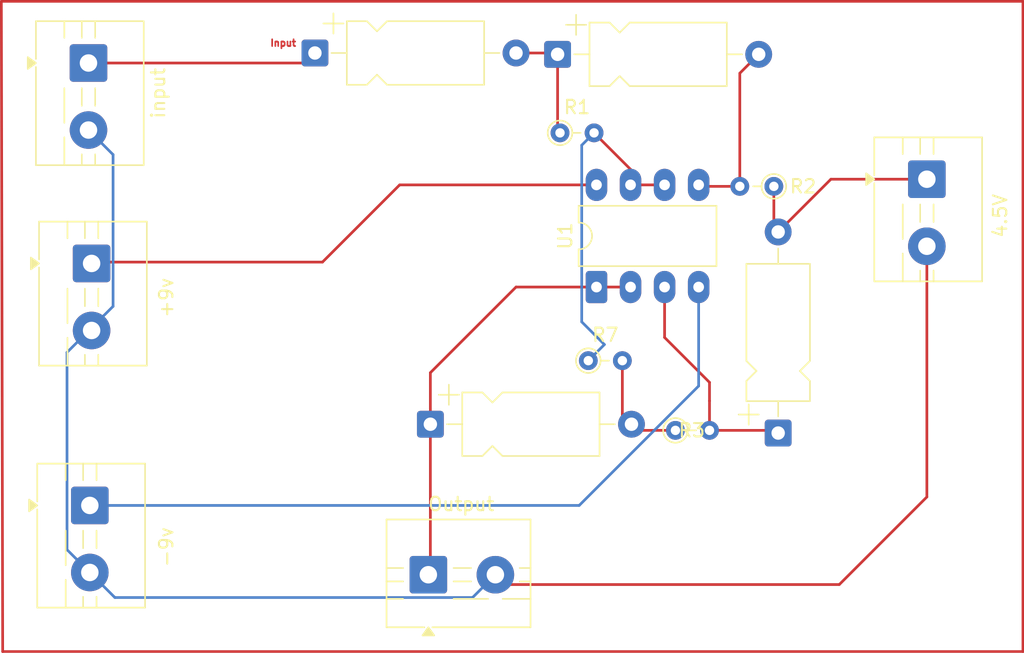
<source format=kicad_pcb>
(kicad_pcb (version 20241229) (generator "pcbnew") (generator_version "9.0")
  (layers (0 "F.Cu" signal) (2 "B.Cu" signal) (13 "F.Paste" user) (15 "B.Paste" user) (5 "F.SilkS" user "F.Silkscreen") (7 "B.SilkS" user "B.Silkscreen") (1 "F.Mask" user) (3 "B.Mask" user) (25 "Edge.Cuts" user))
  (net 0 "")
  (net 1 "VAC")
  (net 2 "Net-(C1-Pad2)")
  (net 3 "Signal")
  (net 4 "Net-(C4-Pad2)")
  (net 5 "4.5V")
  (net 7 "GND")
  (net 8 "+9V")
  (net 9 "-9V")
  (net 10 "Net-(U1B-+)")
  (net 11 "Net-(U1A-+)")
  (net 12 "Net-(U1B--)")
  (footprint "Capacitor_THT:CP_Axial_L10.0mm_D4.5mm_P15.00mm_Horizontal" (layer "F.Cu") (at 128.4 98.0425)
    (property "Reference" "C4" (hide yes))
    (property "Value" "10n")
    (fp_line (start 0.63 -2.2) (end 2.13 -2.2) (stroke (width 0.12)) (layer "F.SilkS"))
    (fp_line (start 1.24 0) (end 2.38 0) (stroke (width 0.12)) (layer "F.SilkS"))
    (fp_line (start 1.38 -2.95) (end 1.38 -1.45) (stroke (width 0.12)) (layer "F.SilkS"))
    (fp_line (start 2.38 -2.37) (end 2.38 2.37) (stroke (width 0.12)) (layer "F.SilkS"))
    (fp_line (start 2.38 -2.37) (end 3.88 -2.37) (stroke (width 0.12)) (layer "F.SilkS"))
    (fp_line (start 2.38 2.37) (end 3.88 2.37) (stroke (width 0.12)) (layer "F.SilkS"))
    (fp_line (start 3.88 -2.37) (end 4.63 -1.62) (stroke (width 0.12)) (layer "F.SilkS"))
    (fp_line (start 3.88 2.37) (end 4.63 1.62) (stroke (width 0.12)) (layer "F.SilkS"))
    (fp_line (start 4.63 -1.62) (end 5.38 -2.37) (stroke (width 0.12)) (layer "F.SilkS"))
    (fp_line (start 4.63 1.62) (end 5.38 2.37) (stroke (width 0.12)) (layer "F.SilkS"))
    (fp_line (start 5.38 -2.37) (end 12.62 -2.37) (stroke (width 0.12)) (layer "F.SilkS"))
    (fp_line (start 5.38 2.37) (end 12.62 2.37) (stroke (width 0.12)) (layer "F.SilkS"))
    (fp_line (start 12.62 -2.37) (end 12.62 2.37) (stroke (width 0.12)) (layer "F.SilkS"))
    (fp_line (start 13.76 0) (end 12.62 0) (stroke (width 0.12)) (layer "F.SilkS"))
    (pad "1" thru_hole roundrect (at 0 0) (size 2 2) (drill 1) (layers "*.Cu" "*.Mask") (roundrect_rratio 0.125) (net 3 "Signal"))
    (pad "2" thru_hole circle (at 15 0) (size 2 2) (drill 1) (layers "*.Cu" "*.Mask") (net 4 "Net-(C4-Pad2)"))
  )
  (footprint "Resistor_THT:R_Axial_DIN0204_L3.6mm_D1.6mm_P2.54mm_Vertical" (layer "F.Cu") (at 140.18 93.3)
    (property "Reference" "R7" (at 1.27 -1.92 0) (layer "F.SilkS"))
    (property "Value" "1.3k")
    (fp_line (start 0.92 0) (end 1.54 0) (stroke (width 0.12)) (layer "F.SilkS"))
    (fp_circle (center 0 0) (end 0.92 0) (stroke (width 0.12)) (fill no) (layer "F.SilkS"))
    (pad "1" thru_hole circle (at 0 0) (size 1.4 1.4) (drill 0.7) (layers "*.Cu" "*.Mask") (net 12 "Net-(U1B--)"))
    (pad "2" thru_hole circle (at 2.54 0) (size 1.4 1.4) (drill 0.7) (layers "*.Cu" "*.Mask") (net 4 "Net-(C4-Pad2)"))
  )
  (footprint "Package_DIP:DIP-8_W7.62mm_LongPads" (layer "F.Cu") (at 140.79 87.81 90)
    (property "Reference" "U1" (at 3.81 -2.33 90) (layer "F.SilkS"))
    (property "Value" "NE5532")
    (fp_line (start 6.06 -1.33) (end 4.81 -1.33) (stroke (width 0.12)) (layer "F.SilkS"))
    (fp_line (start 2.81 -1.33) (end 1.56 -1.33) (stroke (width 0.12)) (layer "F.SilkS"))
    (fp_line (start 1.56 -1.33) (end 1.56 8.95) (stroke (width 0.12)) (layer "F.SilkS"))
    (fp_line (start 6.06 8.95) (end 6.06 -1.33) (stroke (width 0.12)) (layer "F.SilkS"))
    (fp_line (start 1.56 8.95) (end 6.06 8.95) (stroke (width 0.12)) (layer "F.SilkS"))
    (fp_arc (start 4.81 -1.33) (mid 3.81 -0.33) (end 2.81 -1.33) (stroke (width 0.12)) (layer "F.SilkS"))
    (pad "1" thru_hole roundrect (at 0 0 90) (size 2.4 1.6) (drill 0.8) (layers "*.Cu" "*.Mask") (roundrect_rratio 0.15625) (net 3 "Signal"))
    (pad "2" thru_hole oval (at 0 2.54 90) (size 2.4 1.6) (drill 0.8) (layers "*.Cu" "*.Mask") (net 3 "Signal"))
    (pad "3" thru_hole oval (at 0 5.08 90) (size 2.4 1.6) (drill 0.8) (layers "*.Cu" "*.Mask") (net 11 "Net-(U1A-+)"))
    (pad "4" thru_hole oval (at 0 7.62 90) (size 2.4 1.6) (drill 0.8) (layers "*.Cu" "*.Mask") (net 9 "-9V"))
    (pad "5" thru_hole oval (at 7.62 7.62 90) (size 2.4 1.6) (drill 0.8) (layers "*.Cu" "*.Mask") (net 10 "Net-(U1B-+)"))
    (pad "6" thru_hole oval (at 7.62 5.08 90) (size 2.4 1.6) (drill 0.8) (layers "*.Cu" "*.Mask") (net 12 "Net-(U1B--)"))
    (pad "7" thru_hole oval (at 7.62 2.54 90) (size 2.4 1.6) (drill 0.8) (layers "*.Cu" "*.Mask") (net 12 "Net-(U1B--)"))
    (pad "8" thru_hole oval (at 7.62 0 90) (size 2.4 1.6) (drill 0.8) (layers "*.Cu" "*.Mask") (net 8 "+9V"))
  )
  (footprint "Resistor_THT:R_Axial_DIN0204_L3.6mm_D1.6mm_P2.54mm_Vertical" (layer "F.Cu") (at 154.02 80.3 180)
    (property "Reference" "R2" (at -2.18 0 0) (layer "F.SilkS"))
    (property "Value" "18k")
    (fp_line (start 0.92 0) (end 1.54 0) (stroke (width 0.12)) (layer "F.SilkS"))
    (fp_circle (center 0 0) (end 0.92 0) (stroke (width 0.12)) (fill no) (layer "F.SilkS"))
    (pad "1" thru_hole circle (at 0 0 180) (size 1.4 1.4) (drill 0.7) (layers "*.Cu" "*.Mask"))
    (pad "2" thru_hole circle (at 2.54 0 180) (size 1.4 1.4) (drill 0.7) (layers "*.Cu" "*.Mask") (net 10 "Net-(U1B-+)"))
  )
  (footprint "Capacitor_THT:CP_Axial_L10.0mm_D4.5mm_P15.00mm_Horizontal" (layer "F.Cu") (at 137.89 70.4525)
    (property "Reference" "C2" (hide yes))
    (property "Value" "100n")
    (fp_line (start 0.63 -2.2) (end 2.13 -2.2) (stroke (width 0.12)) (layer "F.SilkS"))
    (fp_line (start 1.24 0) (end 2.38 0) (stroke (width 0.12)) (layer "F.SilkS"))
    (fp_line (start 1.38 -2.95) (end 1.38 -1.45) (stroke (width 0.12)) (layer "F.SilkS"))
    (fp_line (start 2.38 -2.37) (end 2.38 2.37) (stroke (width 0.12)) (layer "F.SilkS"))
    (fp_line (start 2.38 -2.37) (end 3.88 -2.37) (stroke (width 0.12)) (layer "F.SilkS"))
    (fp_line (start 2.38 2.37) (end 3.88 2.37) (stroke (width 0.12)) (layer "F.SilkS"))
    (fp_line (start 3.88 -2.37) (end 4.63 -1.62) (stroke (width 0.12)) (layer "F.SilkS"))
    (fp_line (start 3.88 2.37) (end 4.63 1.62) (stroke (width 0.12)) (layer "F.SilkS"))
    (fp_line (start 4.63 -1.62) (end 5.38 -2.37) (stroke (width 0.12)) (layer "F.SilkS"))
    (fp_line (start 4.63 1.62) (end 5.38 2.37) (stroke (width 0.12)) (layer "F.SilkS"))
    (fp_line (start 5.38 -2.37) (end 12.62 -2.37) (stroke (width 0.12)) (layer "F.SilkS"))
    (fp_line (start 5.38 2.37) (end 12.62 2.37) (stroke (width 0.12)) (layer "F.SilkS"))
    (fp_line (start 12.62 -2.37) (end 12.62 2.37) (stroke (width 0.12)) (layer "F.SilkS"))
    (fp_line (start 13.76 0) (end 12.62 0) (stroke (width 0.12)) (layer "F.SilkS"))
    (pad "1" thru_hole roundrect (at 0 0) (size 2 2) (drill 1) (layers "*.Cu" "*.Mask") (roundrect_rratio 0.125) (net 2 "Net-(C1-Pad2)"))
    (pad "2" thru_hole circle (at 15 0) (size 2 2) (drill 1) (layers "*.Cu" "*.Mask") (net 10 "Net-(U1B-+)"))
  )
  (footprint "TerminalBlock:TerminalBlock_MaiXu_MX126-5.0-02P_1x02_P5.00mm" (layer "F.Cu") (at 102.9 71.1 -90)
    (property "Reference" "input" (at 2.25 -5.2 90) (layer "F.SilkS"))
    (property "Value" "Screw_Terminal_01x02" (hide yes))
    (fp_line (start -3.12 3.92) (end -3.12 -4.12) (stroke (width 0.12)) (layer "F.SilkS"))
    (fp_line (start -0.3 3.92) (end -3.12 3.92) (stroke (width 0.12)) (layer "F.SilkS"))
    (fp_line (start 7.62 3.92) (end 0.3 3.92) (stroke (width 0.12)) (layer "F.SilkS"))
    (fp_line (start -3.12 1.8) (end -1.88 1.8) (stroke (width 0.12)) (layer "F.SilkS"))
    (fp_line (start 1.88 1.8) (end 4.457 1.8) (stroke (width 0.12)) (layer "F.SilkS"))
    (fp_line (start 5.543 1.8) (end 7.62 1.8) (stroke (width 0.12)) (layer "F.SilkS"))
    (fp_line (start -3.12 0.5) (end -1.88 0.5) (stroke (width 0.12)) (layer "F.SilkS"))
    (fp_line (start 1.88 0.5) (end 3.188 0.5) (stroke (width 0.12)) (layer "F.SilkS"))
    (fp_line (start 6.812 0.5) (end 7.62 0.5) (stroke (width 0.12)) (layer "F.SilkS"))
    (fp_line (start -3.12 -0.5) (end -1.88 -0.5) (stroke (width 0.12)) (layer "F.SilkS"))
    (fp_line (start 1.88 -0.5) (end 3.188 -0.5) (stroke (width 0.12)) (layer "F.SilkS"))
    (fp_line (start 6.812 -0.5) (end 7.62 -0.5) (stroke (width 0.12)) (layer "F.SilkS"))
    (fp_line (start -3.12 -4.12) (end 7.62 -4.12) (stroke (width 0.12)) (layer "F.SilkS"))
    (fp_line (start 7.62 -4.12) (end 7.62 3.92) (stroke (width 0.12)) (layer "F.SilkS"))
    (fp_poly (pts (xy 0 3.92) (xy 0.44 4.53) (xy -0.44 4.53)) (stroke (width 0.12)) (fill yes) (layer "F.SilkS"))
    (pad "1" thru_hole roundrect (at 0 0 270) (size 2.8 2.8) (drill 1.3) (layers "*.Cu" "*.Mask") (roundrect_rratio 0.089286) (net 1 "VAC"))
    (pad "2" thru_hole circle (at 5 0 270) (size 2.8 2.8) (drill 1.3) (layers "*.Cu" "*.Mask") (net 7 "GND"))
  )
  (footprint "Capacitor_THT:CP_Axial_L10.0mm_D4.5mm_P15.00mm_Horizontal" (layer "F.Cu") (at 154.3425 98.7 90)
    (property "Reference" "C3" (hide yes))
    (property "Value" "10n")
    (fp_line (start 1.38 -2.95) (end 1.38 -1.45) (stroke (width 0.12)) (layer "F.SilkS"))
    (fp_line (start 12.62 -2.37) (end 12.62 2.37) (stroke (width 0.12)) (layer "F.SilkS"))
    (fp_line (start 5.38 -2.37) (end 12.62 -2.37) (stroke (width 0.12)) (layer "F.SilkS"))
    (fp_line (start 3.88 -2.37) (end 4.63 -1.62) (stroke (width 0.12)) (layer "F.SilkS"))
    (fp_line (start 2.38 -2.37) (end 3.88 -2.37) (stroke (width 0.12)) (layer "F.SilkS"))
    (fp_line (start 2.38 -2.37) (end 2.38 2.37) (stroke (width 0.12)) (layer "F.SilkS"))
    (fp_line (start 0.63 -2.2) (end 2.13 -2.2) (stroke (width 0.12)) (layer "F.SilkS"))
    (fp_line (start 4.63 -1.62) (end 5.38 -2.37) (stroke (width 0.12)) (layer "F.SilkS"))
    (fp_line (start 13.76 0) (end 12.62 0) (stroke (width 0.12)) (layer "F.SilkS"))
    (fp_line (start 1.24 0) (end 2.38 0) (stroke (width 0.12)) (layer "F.SilkS"))
    (fp_line (start 4.63 1.62) (end 5.38 2.37) (stroke (width 0.12)) (layer "F.SilkS"))
    (fp_line (start 5.38 2.37) (end 12.62 2.37) (stroke (width 0.12)) (layer "F.SilkS"))
    (fp_line (start 3.88 2.37) (end 4.63 1.62) (stroke (width 0.12)) (layer "F.SilkS"))
    (fp_line (start 2.38 2.37) (end 3.88 2.37) (stroke (width 0.12)) (layer "F.SilkS"))
    (pad "1" thru_hole roundrect (at 0 0 90) (size 2 2) (drill 1) (layers "*.Cu" "*.Mask") (roundrect_rratio 0.125) (net 11 "Net-(U1A-+)"))
    (pad "2" thru_hole circle (at 15 0 90) (size 2 2) (drill 1) (layers "*.Cu" "*.Mask") (net 5 "4.5V"))
  )
  (footprint "TerminalBlock:TerminalBlock_MaiXu_MX126-5.0-02P_1x02_P5.00mm" (layer "F.Cu") (at 103 104.1 -90)
    (property "Reference" "-9v" (at 3.1 -5.7 90) (layer "F.SilkS"))
    (property "Value" "-9v" (hide yes))
    (fp_line (start -3.12 3.92) (end -3.12 -4.12) (stroke (width 0.12)) (layer "F.SilkS"))
    (fp_line (start -0.3 3.92) (end -3.12 3.92) (stroke (width 0.12)) (layer "F.SilkS"))
    (fp_line (start 7.62 3.92) (end 0.3 3.92) (stroke (width 0.12)) (layer "F.SilkS"))
    (fp_line (start -3.12 1.8) (end -1.88 1.8) (stroke (width 0.12)) (layer "F.SilkS"))
    (fp_line (start 1.88 1.8) (end 4.457 1.8) (stroke (width 0.12)) (layer "F.SilkS"))
    (fp_line (start 5.543 1.8) (end 7.62 1.8) (stroke (width 0.12)) (layer "F.SilkS"))
    (fp_line (start -3.12 0.5) (end -1.88 0.5) (stroke (width 0.12)) (layer "F.SilkS"))
    (fp_line (start 1.88 0.5) (end 3.188 0.5) (stroke (width 0.12)) (layer "F.SilkS"))
    (fp_line (start 6.812 0.5) (end 7.62 0.5) (stroke (width 0.12)) (layer "F.SilkS"))
    (fp_line (start -3.12 -0.5) (end -1.88 -0.5) (stroke (width 0.12)) (layer "F.SilkS"))
    (fp_line (start 1.88 -0.5) (end 3.188 -0.5) (stroke (width 0.12)) (layer "F.SilkS"))
    (fp_line (start 6.812 -0.5) (end 7.62 -0.5) (stroke (width 0.12)) (layer "F.SilkS"))
    (fp_line (start -3.12 -4.12) (end 7.62 -4.12) (stroke (width 0.12)) (layer "F.SilkS"))
    (fp_line (start 7.62 -4.12) (end 7.62 3.92) (stroke (width 0.12)) (layer "F.SilkS"))
    (fp_poly (pts (xy 0 3.92) (xy 0.44 4.53) (xy -0.44 4.53)) (stroke (width 0.12)) (fill yes) (layer "F.SilkS"))
    (pad "1" thru_hole roundrect (at 0 0 270) (size 2.8 2.8) (drill 1.3) (layers "*.Cu" "*.Mask") (roundrect_rratio 0.089286) (net 9 "-9V"))
    (pad "2" thru_hole circle (at 5 0 270) (size 2.8 2.8) (drill 1.3) (layers "*.Cu" "*.Mask") (net 7 "GND"))
  )
  (footprint "Resistor_THT:R_Axial_DIN0204_L3.6mm_D1.6mm_P2.54mm_Vertical" (layer "F.Cu") (at 138.07 76.31)
    (property "Reference" "R1" (at 1.27 -1.92 0) (layer "F.SilkS"))
    (property "Value" "18k")
    (fp_line (start 0.92 0) (end 1.54 0) (stroke (width 0.12)) (layer "F.SilkS"))
    (fp_circle (center 0 0) (end 0.92 0) (stroke (width 0.12)) (fill no) (layer "F.SilkS"))
    (pad "1" thru_hole circle (at 0 0) (size 1.4 1.4) (drill 0.7) (layers "*.Cu" "*.Mask") (net 2 "Net-(C1-Pad2)"))
    (pad "2" thru_hole circle (at 2.54 0) (size 1.4 1.4) (drill 0.7) (layers "*.Cu" "*.Mask") (net 12 "Net-(U1B--)"))
  )
  (footprint "TerminalBlock:TerminalBlock_MaiXu_MX126-5.0-02P_1x02_P5.00mm" (layer "F.Cu") (at 128.25 109.2675)
    (property "Reference" "Output" (at 2.45 -5.2675 0) (layer "F.SilkS"))
    (property "Value" "output")
    (fp_line (start -3.12 -4.12) (end 7.62 -4.12) (stroke (width 0.12)) (layer "F.SilkS"))
    (fp_line (start -3.12 -0.5) (end -1.88 -0.5) (stroke (width 0.12)) (layer "F.SilkS"))
    (fp_line (start -3.12 0.5) (end -1.88 0.5) (stroke (width 0.12)) (layer "F.SilkS"))
    (fp_line (start -3.12 1.8) (end -1.88 1.8) (stroke (width 0.12)) (layer "F.SilkS"))
    (fp_line (start -3.12 3.92) (end -3.12 -4.12) (stroke (width 0.12)) (layer "F.SilkS"))
    (fp_line (start -0.3 3.92) (end -3.12 3.92) (stroke (width 0.12)) (layer "F.SilkS"))
    (fp_line (start 1.88 -0.5) (end 3.188 -0.5) (stroke (width 0.12)) (layer "F.SilkS"))
    (fp_line (start 1.88 0.5) (end 3.188 0.5) (stroke (width 0.12)) (layer "F.SilkS"))
    (fp_line (start 1.88 1.8) (end 4.457 1.8) (stroke (width 0.12)) (layer "F.SilkS"))
    (fp_line (start 5.543 1.8) (end 7.62 1.8) (stroke (width 0.12)) (layer "F.SilkS"))
    (fp_line (start 6.812 -0.5) (end 7.62 -0.5) (stroke (width 0.12)) (layer "F.SilkS"))
    (fp_line (start 6.812 0.5) (end 7.62 0.5) (stroke (width 0.12)) (layer "F.SilkS"))
    (fp_line (start 7.62 -4.12) (end 7.62 3.92) (stroke (width 0.12)) (layer "F.SilkS"))
    (fp_line (start 7.62 3.92) (end 0.3 3.92) (stroke (width 0.12)) (layer "F.SilkS"))
    (fp_poly (pts (xy 0 3.92) (xy 0.44 4.53) (xy -0.44 4.53)) (stroke (width 0.12)) (fill yes) (layer "F.SilkS"))
    (pad "1" thru_hole roundrect (at 0 0) (size 2.8 2.8) (drill 1.3) (layers "*.Cu" "*.Mask") (roundrect_rratio 0.089286) (net 3 "Signal"))
    (pad "2" thru_hole circle (at 5 0) (size 2.8 2.8) (drill 1.3) (layers "*.Cu" "*.Mask") (net 7 "GND"))
  )
  (footprint "Resistor_THT:R_Axial_DIN0204_L3.6mm_D1.6mm_P2.54mm_Vertical" (layer "F.Cu") (at 146.68 98.5)
    (property "Reference" "R3" (at 1.22 0 0) (layer "F.SilkS"))
    (property "Value" "1.3k")
    (fp_line (start 0.92 0) (end 1.54 0) (stroke (width 0.12)) (layer "F.SilkS"))
    (fp_circle (center 0 0) (end 0.92 0) (stroke (width 0.12)) (fill no) (layer "F.SilkS"))
    (pad "1" thru_hole circle (at 0 0) (size 1.4 1.4) (drill 0.7) (layers "*.Cu" "*.Mask") (net 4 "Net-(C4-Pad2)"))
    (pad "2" thru_hole circle (at 2.54 0) (size 1.4 1.4) (drill 0.7) (layers "*.Cu" "*.Mask") (net 11 "Net-(U1A-+)"))
  )
  (footprint "Capacitor_THT:CP_Axial_L10.0mm_D4.5mm_P15.00mm_Horizontal" (layer "F.Cu") (at 119.79 70.3525)
    (property "Reference" "C1" (hide yes))
    (property "Value" "100n")
    (fp_line (start 0.63 -2.2) (end 2.13 -2.2) (stroke (width 0.12)) (layer "F.SilkS"))
    (fp_line (start 1.24 0) (end 2.38 0) (stroke (width 0.12)) (layer "F.SilkS"))
    (fp_line (start 1.38 -2.95) (end 1.38 -1.45) (stroke (width 0.12)) (layer "F.SilkS"))
    (fp_line (start 2.38 -2.37) (end 2.38 2.37) (stroke (width 0.12)) (layer "F.SilkS"))
    (fp_line (start 2.38 -2.37) (end 3.88 -2.37) (stroke (width 0.12)) (layer "F.SilkS"))
    (fp_line (start 2.38 2.37) (end 3.88 2.37) (stroke (width 0.12)) (layer "F.SilkS"))
    (fp_line (start 3.88 -2.37) (end 4.63 -1.62) (stroke (width 0.12)) (layer "F.SilkS"))
    (fp_line (start 3.88 2.37) (end 4.63 1.62) (stroke (width 0.12)) (layer "F.SilkS"))
    (fp_line (start 4.63 -1.62) (end 5.38 -2.37) (stroke (width 0.12)) (layer "F.SilkS"))
    (fp_line (start 4.63 1.62) (end 5.38 2.37) (stroke (width 0.12)) (layer "F.SilkS"))
    (fp_line (start 5.38 -2.37) (end 12.62 -2.37) (stroke (width 0.12)) (layer "F.SilkS"))
    (fp_line (start 5.38 2.37) (end 12.62 2.37) (stroke (width 0.12)) (layer "F.SilkS"))
    (fp_line (start 12.62 -2.37) (end 12.62 2.37) (stroke (width 0.12)) (layer "F.SilkS"))
    (fp_line (start 13.76 0) (end 12.62 0) (stroke (width 0.12)) (layer "F.SilkS"))
    (pad "1" thru_hole roundrect (at 0 0) (size 2 2) (drill 1) (layers "*.Cu" "*.Mask") (roundrect_rratio 0.125) (net 1 "VAC"))
    (pad "2" thru_hole circle (at 15 0) (size 2 2) (drill 1) (layers "*.Cu" "*.Mask") (net 2 "Net-(C1-Pad2)"))
  )
  (footprint "TerminalBlock:TerminalBlock_MaiXu_MX126-5.0-02P_1x02_P5.00mm" (layer "F.Cu") (at 165.4325 79.7675 -90)
    (property "Reference" "4.5V" (at 2.7325 -5.4675 90) (layer "F.SilkS"))
    (property "Value" "Screw_Terminal_01x02" (hide yes))
    (fp_line (start -3.12 3.92) (end -3.12 -4.12) (stroke (width 0.12)) (layer "F.SilkS"))
    (fp_line (start -0.3 3.92) (end -3.12 3.92) (stroke (width 0.12)) (layer "F.SilkS"))
    (fp_line (start 7.62 3.92) (end 0.3 3.92) (stroke (width 0.12)) (layer "F.SilkS"))
    (fp_line (start -3.12 1.8) (end -1.88 1.8) (stroke (width 0.12)) (layer "F.SilkS"))
    (fp_line (start 1.88 1.8) (end 4.457 1.8) (stroke (width 0.12)) (layer "F.SilkS"))
    (fp_line (start 5.543 1.8) (end 7.62 1.8) (stroke (width 0.12)) (layer "F.SilkS"))
    (fp_line (start -3.12 0.5) (end -1.88 0.5) (stroke (width 0.12)) (layer "F.SilkS"))
    (fp_line (start 1.88 0.5) (end 3.188 0.5) (stroke (width 0.12)) (layer "F.SilkS"))
    (fp_line (start 6.812 0.5) (end 7.62 0.5) (stroke (width 0.12)) (layer "F.SilkS"))
    (fp_line (start -3.12 -0.5) (end -1.88 -0.5) (stroke (width 0.12)) (layer "F.SilkS"))
    (fp_line (start 1.88 -0.5) (end 3.188 -0.5) (stroke (width 0.12)) (layer "F.SilkS"))
    (fp_line (start 6.812 -0.5) (end 7.62 -0.5) (stroke (width 0.12)) (layer "F.SilkS"))
    (fp_line (start -3.12 -4.12) (end 7.62 -4.12) (stroke (width 0.12)) (layer "F.SilkS"))
    (fp_line (start 7.62 -4.12) (end 7.62 3.92) (stroke (width 0.12)) (layer "F.SilkS"))
    (fp_poly (pts (xy 0 3.92) (xy 0.44 4.53) (xy -0.44 4.53)) (stroke (width 0.12)) (fill yes) (layer "F.SilkS"))
    (pad "1" thru_hole roundrect (at 0 0 270) (size 2.8 2.8) (drill 1.3) (layers "*.Cu" "*.Mask") (roundrect_rratio 0.089286) (net 5 "4.5V"))
    (pad "2" thru_hole circle (at 5 0 270) (size 2.8 2.8) (drill 1.3) (layers "*.Cu" "*.Mask") (net 7 "GND"))
  )
  (footprint "TerminalBlock:TerminalBlock_MaiXu_MX126-5.0-02P_1x02_P5.00mm" (layer "F.Cu") (at 103.1325 86.05 -90)
    (property "Reference" "+9v" (at 2.55 -5.5675 90) (layer "F.SilkS"))
    (property "Value" "+9v" (hide yes))
    (fp_line (start -3.12 3.92) (end -3.12 -4.12) (stroke (width 0.12)) (layer "F.SilkS"))
    (fp_line (start -0.3 3.92) (end -3.12 3.92) (stroke (width 0.12)) (layer "F.SilkS"))
    (fp_line (start 7.62 3.92) (end 0.3 3.92) (stroke (width 0.12)) (layer "F.SilkS"))
    (fp_line (start -3.12 1.8) (end -1.88 1.8) (stroke (width 0.12)) (layer "F.SilkS"))
    (fp_line (start 1.88 1.8) (end 4.457 1.8) (stroke (width 0.12)) (layer "F.SilkS"))
    (fp_line (start 5.543 1.8) (end 7.62 1.8) (stroke (width 0.12)) (layer "F.SilkS"))
    (fp_line (start -3.12 0.5) (end -1.88 0.5) (stroke (width 0.12)) (layer "F.SilkS"))
    (fp_line (start 1.88 0.5) (end 3.188 0.5) (stroke (width 0.12)) (layer "F.SilkS"))
    (fp_line (start 6.812 0.5) (end 7.62 0.5) (stroke (width 0.12)) (layer "F.SilkS"))
    (fp_line (start -3.12 -0.5) (end -1.88 -0.5) (stroke (width 0.12)) (layer "F.SilkS"))
    (fp_line (start 1.88 -0.5) (end 3.188 -0.5) (stroke (width 0.12)) (layer "F.SilkS"))
    (fp_line (start 6.812 -0.5) (end 7.62 -0.5) (stroke (width 0.12)) (layer "F.SilkS"))
    (fp_line (start -3.12 -4.12) (end 7.62 -4.12) (stroke (width 0.12)) (layer "F.SilkS"))
    (fp_line (start 7.62 -4.12) (end 7.62 3.92) (stroke (width 0.12)) (layer "F.SilkS"))
    (fp_poly (pts (xy 0 3.92) (xy 0.44 4.53) (xy -0.44 4.53)) (stroke (width 0.12)) (fill yes) (layer "F.SilkS"))
    (pad "1" thru_hole roundrect (at 0 0 270) (size 2.8 2.8) (drill 1.3) (layers "*.Cu" "*.Mask") (roundrect_rratio 0.089286) (net 8 "+9V"))
    (pad "2" thru_hole circle (at 5 0 270) (size 2.8 2.8) (drill 1.3) (layers "*.Cu" "*.Mask") (net 7 "GND"))
  )
  (gr_line (start 172.6 66.5) (end 172.6 115) (stroke (width 0.2)) (layer "F.Cu"))
  (gr_line (start 96.5 115) (end 96.4 66.5) (stroke (width 0.2)) (layer "F.Cu"))
  (gr_line (start 172.6 115) (end 96.5 115) (stroke (width 0.2)) (layer "F.Cu"))
  (gr_line (start 96.4 66.5) (end 172.6 66.5) (stroke (width 0.2)) (layer "F.Cu"))
  (gr_text "Input" (at 116.4 69.9 0) (layer "F.Cu") (effects (font (size 0.5 0.5) (thickness 0.125) (bold yes)) (justify left bottom)))
  (segment (start 154.02 80.3) (end 154.02 83.3775) (width 0.2) (layer "F.Cu") (net 0))
  (segment (start 102.9 71.1) (end 119.0425 71.1) (width 0.2) (layer "F.Cu") (net 1))
  (segment (start 119.0425 71.1) (end 119.79 70.3525) (width 0.2) (layer "F.Cu") (net 1))
  (segment (start 119.79 70.3525) (end 119.2425 70.9) (width 0.2) (layer "F.Cu") (net 1))
  (segment (start 137.79 70.3525) (end 137.89 70.4525) (width 0.2) (layer "F.Cu") (net 2))
  (segment (start 134.79 70.3525) (end 137.79 70.3525) (width 0.2) (layer "F.Cu") (net 2))
  (segment (start 137.89 70.4525) (end 137.89 76.13) (width 0.2) (layer "F.Cu") (net 2))
  (segment (start 137.89 76.13) (end 138.07 76.31) (width 0.2) (layer "F.Cu") (net 2))
  (segment (start 143.47 88.51) (end 143.63 88.51) (width 0.2) (layer "F.Cu") (net 3))
  (segment (start 128.4 98.0425) (end 128.4 109.1175) (width 0.2) (layer "F.Cu") (net 3))
  (segment (start 128.4 98.0425) (end 128.4 94.2) (width 0.2) (layer "F.Cu") (net 3))
  (segment (start 143.47 88.51) (end 143.61 88.51) (width 0.2) (layer "F.Cu") (net 3))
  (segment (start 128.4 94.2) (end 134.79 87.81) (width 0.2) (layer "F.Cu") (net 3))
  (segment (start 134.79 87.81) (end 140.79 87.81) (width 0.2) (layer "F.Cu") (net 3))
  (segment (start 128.4 109.1175) (end 128.25 109.2675) (width 0.2) (layer "F.Cu") (net 3))
  (segment (start 143.33 87.81) (end 140.79 87.81) (width 0.2) (layer "F.Cu") (net 3))
  (segment (start 142.72 93.3) (end 142.72 97.3625) (width 0.2) (layer "F.Cu") (net 4))
  (segment (start 146.68 98.5) (end 143.8575 98.5) (width 0.2) (layer "F.Cu") (net 4))
  (segment (start 143.8575 98.5) (end 143.4 98.0425) (width 0.2) (layer "F.Cu") (net 4))
  (segment (start 142.72 97.3625) (end 143.4 98.0425) (width 0.2) (layer "F.Cu") (net 4))
  (segment (start 158.275 79.7675) (end 154.62605 83.41645) (width 0.2) (layer "F.Cu") (net 5))
  (segment (start 165.4325 79.7675) (end 158.275 79.7675) (width 0.2) (layer "F.Cu") (net 5))
  (segment (start 133.25 109.2675) (end 133.9825 110) (width 0.2) (layer "F.Cu") (net 7))
  (segment (start 165.4325 103.4675) (end 165.4325 84.7675) (width 0.2) (layer "F.Cu") (net 7))
  (segment (start 158.9 110) (end 165.4325 103.4675) (width 0.2) (layer "F.Cu") (net 7))
  (segment (start 133.9825 110) (end 158.9 110) (width 0.2) (layer "F.Cu") (net 7))
  (segment (start 131.549 110.9685) (end 104.8685 110.9685) (width 0.2) (layer "B.Cu") (net 7))
  (segment (start 103.0325 90.95) (end 104.7335 89.249) (width 0.2) (layer "B.Cu") (net 7))
  (segment (start 101.299 107.399) (end 103 109.1) (width 0.2) (layer "B.Cu") (net 7))
  (segment (start 104.8685 110.9685) (end 103 109.1) (width 0.2) (layer "B.Cu") (net 7))
  (segment (start 104.7335 77.9335) (end 102.9 76.1) (width 0.2) (layer "B.Cu") (net 7))
  (segment (start 133.25 109.2675) (end 131.549 110.9685) (width 0.2) (layer "B.Cu") (net 7))
  (segment (start 101.299 92.6835) (end 101.299 107.399) (width 0.2) (layer "B.Cu") (net 7))
  (segment (start 104.7335 89.249) (end 104.7335 77.9335) (width 0.2) (layer "B.Cu") (net 7))
  (segment (start 103.0325 90.95) (end 101.299 92.6835) (width 0.2) (layer "B.Cu") (net 7))
  (segment (start 103.0325 85.95) (end 120.35 85.95) (width 0.2) (layer "F.Cu") (net 8))
  (segment (start 126.11 80.19) (end 140.79 80.19) (width 0.2) (layer "F.Cu") (net 8))
  (segment (start 120.35 85.95) (end 126.11 80.19) (width 0.2) (layer "F.Cu") (net 8))
  (segment (start 148.41 87.81) (end 148.41 95.19) (width 0.2) (layer "B.Cu") (net 9))
  (segment (start 139.5 104.1) (end 103 104.1) (width 0.2) (layer "B.Cu") (net 9))
  (segment (start 148.41 95.19) (end 139.5 104.1) (width 0.2) (layer "B.Cu") (net 9))
  (segment (start 151.48 71.8625) (end 152.89 70.4525) (width 0.2) (layer "F.Cu") (net 10))
  (segment (start 151.48 80.3) (end 151.48 71.8625) (width 0.2) (layer "F.Cu") (net 10))
  (segment (start 151.48 80.3) (end 148.4 80.3) (width 0.2) (layer "F.Cu") (net 10))
  (segment (start 154.1425 98.5) (end 154.3425 98.7) (width 0.2) (layer "F.Cu") (net 11))
  (segment (start 145.87 87.81) (end 145.87 91.57) (width 0.2) (layer "F.Cu") (net 11))
  (segment (start 145.87 91.57) (end 149.22 94.92) (width 0.2) (layer "F.Cu") (net 11))
  (segment (start 149.22 98.5) (end 154.1425 98.5) (width 0.2) (layer "F.Cu") (net 11))
  (segment (start 149.22 98.5) (end 149.22 96.3) (width 0.2) (layer "F.Cu") (net 11))
  (segment (start 149.22 94.92) (end 149.22 96.3) (width 0.2) (layer "F.Cu") (net 11))
  (segment (start 143.33 79.03) (end 143.33 80.19) (width 0.2) (layer "F.Cu") (net 12))
  (segment (start 145.87 80.19) (end 143.33 80.19) (width 0.2) (layer "F.Cu") (net 12))
  (segment (start 140.61 76.31) (end 143.33 79.03) (width 0.2) (layer "F.Cu") (net 12))
  (segment (start 139.689 77.231) (end 140.61 76.31) (width 0.2) (layer "B.Cu") (net 12))
  (segment (start 141.381 92.099) (end 139.689 90.407) (width 0.2) (layer "B.Cu") (net 12))
  (segment (start 140.18 93.3) (end 141.381 92.099) (width 0.2) (layer "B.Cu") (net 12))
  (segment (start 139.689 90.407) (end 139.689 77.231) (width 0.2) (layer "B.Cu") (net 12))
)
</source>
